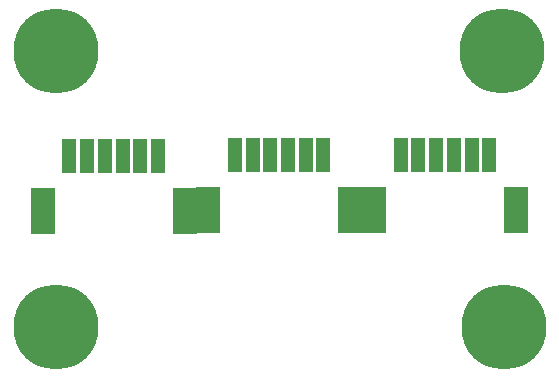
<source format=gts>
G04*
G04 #@! TF.GenerationSoftware,Altium Limited,Altium Designer,21.6.1 (37)*
G04*
G04 Layer_Color=8388736*
%FSLAX44Y44*%
%MOMM*%
G71*
G04*
G04 #@! TF.SameCoordinates,6099692B-31FD-4E7E-9E57-43DE2360F6B8*
G04*
G04*
G04 #@! TF.FilePolarity,Negative*
G04*
G01*
G75*
%ADD16R,2.0032X4.0032*%
%ADD17R,1.2032X2.9032*%
%ADD18C,7.2032*%
D16*
X147000Y134500D02*
D03*
X27000D02*
D03*
X287000Y135000D02*
D03*
X167000D02*
D03*
X427500Y135250D02*
D03*
X307500D02*
D03*
D17*
X124500Y181500D02*
D03*
X109500D02*
D03*
X94500D02*
D03*
X79500D02*
D03*
X64500D02*
D03*
X49500D02*
D03*
X264500Y182000D02*
D03*
X249500D02*
D03*
X234500D02*
D03*
X219500D02*
D03*
X204500D02*
D03*
X189500D02*
D03*
X405000Y182250D02*
D03*
X390000D02*
D03*
X375000D02*
D03*
X360000D02*
D03*
X345000D02*
D03*
X330000D02*
D03*
D18*
X417000Y36000D02*
D03*
X416000Y270000D02*
D03*
X38000Y36000D02*
D03*
Y270000D02*
D03*
M02*

</source>
